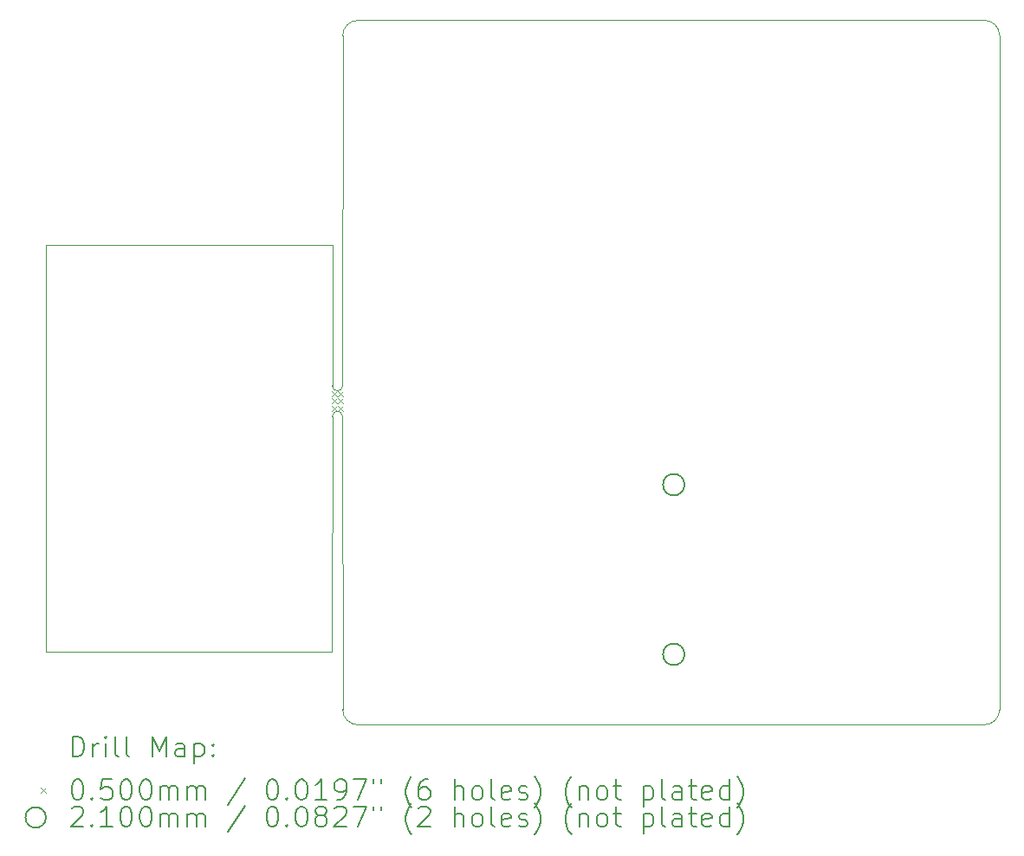
<source format=gbr>
%TF.GenerationSoftware,KiCad,Pcbnew,8.0.5*%
%TF.CreationDate,2025-07-03T02:13:12-07:00*%
%TF.ProjectId,Penguin_Paddle,50656e67-7569-46e5-9f50-6164646c652e, 4*%
%TF.SameCoordinates,Original*%
%TF.FileFunction,Drillmap*%
%TF.FilePolarity,Positive*%
%FSLAX45Y45*%
G04 Gerber Fmt 4.5, Leading zero omitted, Abs format (unit mm)*
G04 Created by KiCad (PCBNEW 8.0.5) date 2025-07-03 02:13:12*
%MOMM*%
%LPD*%
G01*
G04 APERTURE LIST*
%ADD10C,0.050000*%
%ADD11C,0.100000*%
%ADD12C,0.200000*%
%ADD13C,0.210000*%
G04 APERTURE END LIST*
D10*
X19213000Y-8236000D02*
X19212000Y-11661000D01*
X25484000Y-8086000D02*
G75*
G02*
X25634000Y-8236000I0J-150000D01*
G01*
X19363000Y-8086000D02*
X25484000Y-8086000D01*
X19213000Y-8236000D02*
G75*
G02*
X19363000Y-8086000I150000J0D01*
G01*
X19363000Y-14977000D02*
G75*
G02*
X19213000Y-14827000I0J150000D01*
G01*
X25484000Y-14977000D02*
X19363000Y-14977000D01*
X19212000Y-11961000D02*
X19213000Y-14827000D01*
X19110000Y-14261000D02*
X19112000Y-11961000D01*
X16316000Y-10285000D02*
X16315000Y-14261000D01*
X19112000Y-10285000D02*
X16316000Y-10285000D01*
X25634000Y-8236000D02*
X25634000Y-14827000D01*
X25634000Y-14827000D02*
G75*
G02*
X25484000Y-14977000I-150000J0D01*
G01*
X19112000Y-11661000D02*
X19112000Y-10285000D01*
X16315000Y-14261000D02*
X19110000Y-14261000D01*
D11*
X19112000Y-11961000D02*
G75*
G02*
X19212000Y-11961000I50000J0D01*
G01*
X19212000Y-11661000D02*
G75*
G02*
X19112000Y-11661000I-50000J0D01*
G01*
D12*
D11*
X19107000Y-11715000D02*
X19157000Y-11765000D01*
X19157000Y-11715000D02*
X19107000Y-11765000D01*
X19107000Y-11786000D02*
X19157000Y-11836000D01*
X19157000Y-11786000D02*
X19107000Y-11836000D01*
X19107000Y-11857000D02*
X19157000Y-11907000D01*
X19157000Y-11857000D02*
X19107000Y-11907000D01*
X19167000Y-11716000D02*
X19217000Y-11766000D01*
X19217000Y-11716000D02*
X19167000Y-11766000D01*
X19167000Y-11786000D02*
X19217000Y-11836000D01*
X19217000Y-11786000D02*
X19167000Y-11836000D01*
X19167000Y-11857000D02*
X19217000Y-11907000D01*
X19217000Y-11857000D02*
X19167000Y-11907000D01*
D13*
X22553000Y-12628000D02*
G75*
G02*
X22343000Y-12628000I-105000J0D01*
G01*
X22343000Y-12628000D02*
G75*
G02*
X22553000Y-12628000I105000J0D01*
G01*
X22553000Y-14288000D02*
G75*
G02*
X22343000Y-14288000I-105000J0D01*
G01*
X22343000Y-14288000D02*
G75*
G02*
X22553000Y-14288000I105000J0D01*
G01*
D12*
X16573277Y-15290984D02*
X16573277Y-15090984D01*
X16573277Y-15090984D02*
X16620896Y-15090984D01*
X16620896Y-15090984D02*
X16649467Y-15100508D01*
X16649467Y-15100508D02*
X16668515Y-15119555D01*
X16668515Y-15119555D02*
X16678039Y-15138603D01*
X16678039Y-15138603D02*
X16687562Y-15176698D01*
X16687562Y-15176698D02*
X16687562Y-15205269D01*
X16687562Y-15205269D02*
X16678039Y-15243365D01*
X16678039Y-15243365D02*
X16668515Y-15262412D01*
X16668515Y-15262412D02*
X16649467Y-15281460D01*
X16649467Y-15281460D02*
X16620896Y-15290984D01*
X16620896Y-15290984D02*
X16573277Y-15290984D01*
X16773277Y-15290984D02*
X16773277Y-15157650D01*
X16773277Y-15195746D02*
X16782801Y-15176698D01*
X16782801Y-15176698D02*
X16792324Y-15167174D01*
X16792324Y-15167174D02*
X16811372Y-15157650D01*
X16811372Y-15157650D02*
X16830420Y-15157650D01*
X16897086Y-15290984D02*
X16897086Y-15157650D01*
X16897086Y-15090984D02*
X16887563Y-15100508D01*
X16887563Y-15100508D02*
X16897086Y-15110031D01*
X16897086Y-15110031D02*
X16906610Y-15100508D01*
X16906610Y-15100508D02*
X16897086Y-15090984D01*
X16897086Y-15090984D02*
X16897086Y-15110031D01*
X17020896Y-15290984D02*
X17001848Y-15281460D01*
X17001848Y-15281460D02*
X16992324Y-15262412D01*
X16992324Y-15262412D02*
X16992324Y-15090984D01*
X17125658Y-15290984D02*
X17106610Y-15281460D01*
X17106610Y-15281460D02*
X17097086Y-15262412D01*
X17097086Y-15262412D02*
X17097086Y-15090984D01*
X17354229Y-15290984D02*
X17354229Y-15090984D01*
X17354229Y-15090984D02*
X17420896Y-15233841D01*
X17420896Y-15233841D02*
X17487563Y-15090984D01*
X17487563Y-15090984D02*
X17487563Y-15290984D01*
X17668515Y-15290984D02*
X17668515Y-15186222D01*
X17668515Y-15186222D02*
X17658991Y-15167174D01*
X17658991Y-15167174D02*
X17639944Y-15157650D01*
X17639944Y-15157650D02*
X17601848Y-15157650D01*
X17601848Y-15157650D02*
X17582801Y-15167174D01*
X17668515Y-15281460D02*
X17649467Y-15290984D01*
X17649467Y-15290984D02*
X17601848Y-15290984D01*
X17601848Y-15290984D02*
X17582801Y-15281460D01*
X17582801Y-15281460D02*
X17573277Y-15262412D01*
X17573277Y-15262412D02*
X17573277Y-15243365D01*
X17573277Y-15243365D02*
X17582801Y-15224317D01*
X17582801Y-15224317D02*
X17601848Y-15214793D01*
X17601848Y-15214793D02*
X17649467Y-15214793D01*
X17649467Y-15214793D02*
X17668515Y-15205269D01*
X17763753Y-15157650D02*
X17763753Y-15357650D01*
X17763753Y-15167174D02*
X17782801Y-15157650D01*
X17782801Y-15157650D02*
X17820896Y-15157650D01*
X17820896Y-15157650D02*
X17839944Y-15167174D01*
X17839944Y-15167174D02*
X17849467Y-15176698D01*
X17849467Y-15176698D02*
X17858991Y-15195746D01*
X17858991Y-15195746D02*
X17858991Y-15252888D01*
X17858991Y-15252888D02*
X17849467Y-15271936D01*
X17849467Y-15271936D02*
X17839944Y-15281460D01*
X17839944Y-15281460D02*
X17820896Y-15290984D01*
X17820896Y-15290984D02*
X17782801Y-15290984D01*
X17782801Y-15290984D02*
X17763753Y-15281460D01*
X17944705Y-15271936D02*
X17954229Y-15281460D01*
X17954229Y-15281460D02*
X17944705Y-15290984D01*
X17944705Y-15290984D02*
X17935182Y-15281460D01*
X17935182Y-15281460D02*
X17944705Y-15271936D01*
X17944705Y-15271936D02*
X17944705Y-15290984D01*
X17944705Y-15167174D02*
X17954229Y-15176698D01*
X17954229Y-15176698D02*
X17944705Y-15186222D01*
X17944705Y-15186222D02*
X17935182Y-15176698D01*
X17935182Y-15176698D02*
X17944705Y-15167174D01*
X17944705Y-15167174D02*
X17944705Y-15186222D01*
D11*
X16262500Y-15594500D02*
X16312500Y-15644500D01*
X16312500Y-15594500D02*
X16262500Y-15644500D01*
D12*
X16611372Y-15510984D02*
X16630420Y-15510984D01*
X16630420Y-15510984D02*
X16649467Y-15520508D01*
X16649467Y-15520508D02*
X16658991Y-15530031D01*
X16658991Y-15530031D02*
X16668515Y-15549079D01*
X16668515Y-15549079D02*
X16678039Y-15587174D01*
X16678039Y-15587174D02*
X16678039Y-15634793D01*
X16678039Y-15634793D02*
X16668515Y-15672888D01*
X16668515Y-15672888D02*
X16658991Y-15691936D01*
X16658991Y-15691936D02*
X16649467Y-15701460D01*
X16649467Y-15701460D02*
X16630420Y-15710984D01*
X16630420Y-15710984D02*
X16611372Y-15710984D01*
X16611372Y-15710984D02*
X16592324Y-15701460D01*
X16592324Y-15701460D02*
X16582801Y-15691936D01*
X16582801Y-15691936D02*
X16573277Y-15672888D01*
X16573277Y-15672888D02*
X16563753Y-15634793D01*
X16563753Y-15634793D02*
X16563753Y-15587174D01*
X16563753Y-15587174D02*
X16573277Y-15549079D01*
X16573277Y-15549079D02*
X16582801Y-15530031D01*
X16582801Y-15530031D02*
X16592324Y-15520508D01*
X16592324Y-15520508D02*
X16611372Y-15510984D01*
X16763753Y-15691936D02*
X16773277Y-15701460D01*
X16773277Y-15701460D02*
X16763753Y-15710984D01*
X16763753Y-15710984D02*
X16754229Y-15701460D01*
X16754229Y-15701460D02*
X16763753Y-15691936D01*
X16763753Y-15691936D02*
X16763753Y-15710984D01*
X16954229Y-15510984D02*
X16858991Y-15510984D01*
X16858991Y-15510984D02*
X16849467Y-15606222D01*
X16849467Y-15606222D02*
X16858991Y-15596698D01*
X16858991Y-15596698D02*
X16878039Y-15587174D01*
X16878039Y-15587174D02*
X16925658Y-15587174D01*
X16925658Y-15587174D02*
X16944705Y-15596698D01*
X16944705Y-15596698D02*
X16954229Y-15606222D01*
X16954229Y-15606222D02*
X16963753Y-15625269D01*
X16963753Y-15625269D02*
X16963753Y-15672888D01*
X16963753Y-15672888D02*
X16954229Y-15691936D01*
X16954229Y-15691936D02*
X16944705Y-15701460D01*
X16944705Y-15701460D02*
X16925658Y-15710984D01*
X16925658Y-15710984D02*
X16878039Y-15710984D01*
X16878039Y-15710984D02*
X16858991Y-15701460D01*
X16858991Y-15701460D02*
X16849467Y-15691936D01*
X17087563Y-15510984D02*
X17106610Y-15510984D01*
X17106610Y-15510984D02*
X17125658Y-15520508D01*
X17125658Y-15520508D02*
X17135182Y-15530031D01*
X17135182Y-15530031D02*
X17144705Y-15549079D01*
X17144705Y-15549079D02*
X17154229Y-15587174D01*
X17154229Y-15587174D02*
X17154229Y-15634793D01*
X17154229Y-15634793D02*
X17144705Y-15672888D01*
X17144705Y-15672888D02*
X17135182Y-15691936D01*
X17135182Y-15691936D02*
X17125658Y-15701460D01*
X17125658Y-15701460D02*
X17106610Y-15710984D01*
X17106610Y-15710984D02*
X17087563Y-15710984D01*
X17087563Y-15710984D02*
X17068515Y-15701460D01*
X17068515Y-15701460D02*
X17058991Y-15691936D01*
X17058991Y-15691936D02*
X17049467Y-15672888D01*
X17049467Y-15672888D02*
X17039944Y-15634793D01*
X17039944Y-15634793D02*
X17039944Y-15587174D01*
X17039944Y-15587174D02*
X17049467Y-15549079D01*
X17049467Y-15549079D02*
X17058991Y-15530031D01*
X17058991Y-15530031D02*
X17068515Y-15520508D01*
X17068515Y-15520508D02*
X17087563Y-15510984D01*
X17278039Y-15510984D02*
X17297086Y-15510984D01*
X17297086Y-15510984D02*
X17316134Y-15520508D01*
X17316134Y-15520508D02*
X17325658Y-15530031D01*
X17325658Y-15530031D02*
X17335182Y-15549079D01*
X17335182Y-15549079D02*
X17344705Y-15587174D01*
X17344705Y-15587174D02*
X17344705Y-15634793D01*
X17344705Y-15634793D02*
X17335182Y-15672888D01*
X17335182Y-15672888D02*
X17325658Y-15691936D01*
X17325658Y-15691936D02*
X17316134Y-15701460D01*
X17316134Y-15701460D02*
X17297086Y-15710984D01*
X17297086Y-15710984D02*
X17278039Y-15710984D01*
X17278039Y-15710984D02*
X17258991Y-15701460D01*
X17258991Y-15701460D02*
X17249467Y-15691936D01*
X17249467Y-15691936D02*
X17239944Y-15672888D01*
X17239944Y-15672888D02*
X17230420Y-15634793D01*
X17230420Y-15634793D02*
X17230420Y-15587174D01*
X17230420Y-15587174D02*
X17239944Y-15549079D01*
X17239944Y-15549079D02*
X17249467Y-15530031D01*
X17249467Y-15530031D02*
X17258991Y-15520508D01*
X17258991Y-15520508D02*
X17278039Y-15510984D01*
X17430420Y-15710984D02*
X17430420Y-15577650D01*
X17430420Y-15596698D02*
X17439944Y-15587174D01*
X17439944Y-15587174D02*
X17458991Y-15577650D01*
X17458991Y-15577650D02*
X17487563Y-15577650D01*
X17487563Y-15577650D02*
X17506610Y-15587174D01*
X17506610Y-15587174D02*
X17516134Y-15606222D01*
X17516134Y-15606222D02*
X17516134Y-15710984D01*
X17516134Y-15606222D02*
X17525658Y-15587174D01*
X17525658Y-15587174D02*
X17544705Y-15577650D01*
X17544705Y-15577650D02*
X17573277Y-15577650D01*
X17573277Y-15577650D02*
X17592325Y-15587174D01*
X17592325Y-15587174D02*
X17601848Y-15606222D01*
X17601848Y-15606222D02*
X17601848Y-15710984D01*
X17697086Y-15710984D02*
X17697086Y-15577650D01*
X17697086Y-15596698D02*
X17706610Y-15587174D01*
X17706610Y-15587174D02*
X17725658Y-15577650D01*
X17725658Y-15577650D02*
X17754229Y-15577650D01*
X17754229Y-15577650D02*
X17773277Y-15587174D01*
X17773277Y-15587174D02*
X17782801Y-15606222D01*
X17782801Y-15606222D02*
X17782801Y-15710984D01*
X17782801Y-15606222D02*
X17792325Y-15587174D01*
X17792325Y-15587174D02*
X17811372Y-15577650D01*
X17811372Y-15577650D02*
X17839944Y-15577650D01*
X17839944Y-15577650D02*
X17858991Y-15587174D01*
X17858991Y-15587174D02*
X17868515Y-15606222D01*
X17868515Y-15606222D02*
X17868515Y-15710984D01*
X18258991Y-15501460D02*
X18087563Y-15758603D01*
X18516134Y-15510984D02*
X18535182Y-15510984D01*
X18535182Y-15510984D02*
X18554229Y-15520508D01*
X18554229Y-15520508D02*
X18563753Y-15530031D01*
X18563753Y-15530031D02*
X18573277Y-15549079D01*
X18573277Y-15549079D02*
X18582801Y-15587174D01*
X18582801Y-15587174D02*
X18582801Y-15634793D01*
X18582801Y-15634793D02*
X18573277Y-15672888D01*
X18573277Y-15672888D02*
X18563753Y-15691936D01*
X18563753Y-15691936D02*
X18554229Y-15701460D01*
X18554229Y-15701460D02*
X18535182Y-15710984D01*
X18535182Y-15710984D02*
X18516134Y-15710984D01*
X18516134Y-15710984D02*
X18497087Y-15701460D01*
X18497087Y-15701460D02*
X18487563Y-15691936D01*
X18487563Y-15691936D02*
X18478039Y-15672888D01*
X18478039Y-15672888D02*
X18468515Y-15634793D01*
X18468515Y-15634793D02*
X18468515Y-15587174D01*
X18468515Y-15587174D02*
X18478039Y-15549079D01*
X18478039Y-15549079D02*
X18487563Y-15530031D01*
X18487563Y-15530031D02*
X18497087Y-15520508D01*
X18497087Y-15520508D02*
X18516134Y-15510984D01*
X18668515Y-15691936D02*
X18678039Y-15701460D01*
X18678039Y-15701460D02*
X18668515Y-15710984D01*
X18668515Y-15710984D02*
X18658991Y-15701460D01*
X18658991Y-15701460D02*
X18668515Y-15691936D01*
X18668515Y-15691936D02*
X18668515Y-15710984D01*
X18801848Y-15510984D02*
X18820896Y-15510984D01*
X18820896Y-15510984D02*
X18839944Y-15520508D01*
X18839944Y-15520508D02*
X18849468Y-15530031D01*
X18849468Y-15530031D02*
X18858991Y-15549079D01*
X18858991Y-15549079D02*
X18868515Y-15587174D01*
X18868515Y-15587174D02*
X18868515Y-15634793D01*
X18868515Y-15634793D02*
X18858991Y-15672888D01*
X18858991Y-15672888D02*
X18849468Y-15691936D01*
X18849468Y-15691936D02*
X18839944Y-15701460D01*
X18839944Y-15701460D02*
X18820896Y-15710984D01*
X18820896Y-15710984D02*
X18801848Y-15710984D01*
X18801848Y-15710984D02*
X18782801Y-15701460D01*
X18782801Y-15701460D02*
X18773277Y-15691936D01*
X18773277Y-15691936D02*
X18763753Y-15672888D01*
X18763753Y-15672888D02*
X18754229Y-15634793D01*
X18754229Y-15634793D02*
X18754229Y-15587174D01*
X18754229Y-15587174D02*
X18763753Y-15549079D01*
X18763753Y-15549079D02*
X18773277Y-15530031D01*
X18773277Y-15530031D02*
X18782801Y-15520508D01*
X18782801Y-15520508D02*
X18801848Y-15510984D01*
X19058991Y-15710984D02*
X18944706Y-15710984D01*
X19001848Y-15710984D02*
X19001848Y-15510984D01*
X19001848Y-15510984D02*
X18982801Y-15539555D01*
X18982801Y-15539555D02*
X18963753Y-15558603D01*
X18963753Y-15558603D02*
X18944706Y-15568127D01*
X19154229Y-15710984D02*
X19192325Y-15710984D01*
X19192325Y-15710984D02*
X19211372Y-15701460D01*
X19211372Y-15701460D02*
X19220896Y-15691936D01*
X19220896Y-15691936D02*
X19239944Y-15663365D01*
X19239944Y-15663365D02*
X19249468Y-15625269D01*
X19249468Y-15625269D02*
X19249468Y-15549079D01*
X19249468Y-15549079D02*
X19239944Y-15530031D01*
X19239944Y-15530031D02*
X19230420Y-15520508D01*
X19230420Y-15520508D02*
X19211372Y-15510984D01*
X19211372Y-15510984D02*
X19173277Y-15510984D01*
X19173277Y-15510984D02*
X19154229Y-15520508D01*
X19154229Y-15520508D02*
X19144706Y-15530031D01*
X19144706Y-15530031D02*
X19135182Y-15549079D01*
X19135182Y-15549079D02*
X19135182Y-15596698D01*
X19135182Y-15596698D02*
X19144706Y-15615746D01*
X19144706Y-15615746D02*
X19154229Y-15625269D01*
X19154229Y-15625269D02*
X19173277Y-15634793D01*
X19173277Y-15634793D02*
X19211372Y-15634793D01*
X19211372Y-15634793D02*
X19230420Y-15625269D01*
X19230420Y-15625269D02*
X19239944Y-15615746D01*
X19239944Y-15615746D02*
X19249468Y-15596698D01*
X19316134Y-15510984D02*
X19449468Y-15510984D01*
X19449468Y-15510984D02*
X19363753Y-15710984D01*
X19516134Y-15510984D02*
X19516134Y-15549079D01*
X19592325Y-15510984D02*
X19592325Y-15549079D01*
X19887563Y-15787174D02*
X19878039Y-15777650D01*
X19878039Y-15777650D02*
X19858991Y-15749079D01*
X19858991Y-15749079D02*
X19849468Y-15730031D01*
X19849468Y-15730031D02*
X19839944Y-15701460D01*
X19839944Y-15701460D02*
X19830420Y-15653841D01*
X19830420Y-15653841D02*
X19830420Y-15615746D01*
X19830420Y-15615746D02*
X19839944Y-15568127D01*
X19839944Y-15568127D02*
X19849468Y-15539555D01*
X19849468Y-15539555D02*
X19858991Y-15520508D01*
X19858991Y-15520508D02*
X19878039Y-15491936D01*
X19878039Y-15491936D02*
X19887563Y-15482412D01*
X20049468Y-15510984D02*
X20011372Y-15510984D01*
X20011372Y-15510984D02*
X19992325Y-15520508D01*
X19992325Y-15520508D02*
X19982801Y-15530031D01*
X19982801Y-15530031D02*
X19963753Y-15558603D01*
X19963753Y-15558603D02*
X19954230Y-15596698D01*
X19954230Y-15596698D02*
X19954230Y-15672888D01*
X19954230Y-15672888D02*
X19963753Y-15691936D01*
X19963753Y-15691936D02*
X19973277Y-15701460D01*
X19973277Y-15701460D02*
X19992325Y-15710984D01*
X19992325Y-15710984D02*
X20030420Y-15710984D01*
X20030420Y-15710984D02*
X20049468Y-15701460D01*
X20049468Y-15701460D02*
X20058991Y-15691936D01*
X20058991Y-15691936D02*
X20068515Y-15672888D01*
X20068515Y-15672888D02*
X20068515Y-15625269D01*
X20068515Y-15625269D02*
X20058991Y-15606222D01*
X20058991Y-15606222D02*
X20049468Y-15596698D01*
X20049468Y-15596698D02*
X20030420Y-15587174D01*
X20030420Y-15587174D02*
X19992325Y-15587174D01*
X19992325Y-15587174D02*
X19973277Y-15596698D01*
X19973277Y-15596698D02*
X19963753Y-15606222D01*
X19963753Y-15606222D02*
X19954230Y-15625269D01*
X20306611Y-15710984D02*
X20306611Y-15510984D01*
X20392325Y-15710984D02*
X20392325Y-15606222D01*
X20392325Y-15606222D02*
X20382801Y-15587174D01*
X20382801Y-15587174D02*
X20363753Y-15577650D01*
X20363753Y-15577650D02*
X20335182Y-15577650D01*
X20335182Y-15577650D02*
X20316134Y-15587174D01*
X20316134Y-15587174D02*
X20306611Y-15596698D01*
X20516134Y-15710984D02*
X20497087Y-15701460D01*
X20497087Y-15701460D02*
X20487563Y-15691936D01*
X20487563Y-15691936D02*
X20478039Y-15672888D01*
X20478039Y-15672888D02*
X20478039Y-15615746D01*
X20478039Y-15615746D02*
X20487563Y-15596698D01*
X20487563Y-15596698D02*
X20497087Y-15587174D01*
X20497087Y-15587174D02*
X20516134Y-15577650D01*
X20516134Y-15577650D02*
X20544706Y-15577650D01*
X20544706Y-15577650D02*
X20563753Y-15587174D01*
X20563753Y-15587174D02*
X20573277Y-15596698D01*
X20573277Y-15596698D02*
X20582801Y-15615746D01*
X20582801Y-15615746D02*
X20582801Y-15672888D01*
X20582801Y-15672888D02*
X20573277Y-15691936D01*
X20573277Y-15691936D02*
X20563753Y-15701460D01*
X20563753Y-15701460D02*
X20544706Y-15710984D01*
X20544706Y-15710984D02*
X20516134Y-15710984D01*
X20697087Y-15710984D02*
X20678039Y-15701460D01*
X20678039Y-15701460D02*
X20668515Y-15682412D01*
X20668515Y-15682412D02*
X20668515Y-15510984D01*
X20849468Y-15701460D02*
X20830420Y-15710984D01*
X20830420Y-15710984D02*
X20792325Y-15710984D01*
X20792325Y-15710984D02*
X20773277Y-15701460D01*
X20773277Y-15701460D02*
X20763753Y-15682412D01*
X20763753Y-15682412D02*
X20763753Y-15606222D01*
X20763753Y-15606222D02*
X20773277Y-15587174D01*
X20773277Y-15587174D02*
X20792325Y-15577650D01*
X20792325Y-15577650D02*
X20830420Y-15577650D01*
X20830420Y-15577650D02*
X20849468Y-15587174D01*
X20849468Y-15587174D02*
X20858992Y-15606222D01*
X20858992Y-15606222D02*
X20858992Y-15625269D01*
X20858992Y-15625269D02*
X20763753Y-15644317D01*
X20935182Y-15701460D02*
X20954230Y-15710984D01*
X20954230Y-15710984D02*
X20992325Y-15710984D01*
X20992325Y-15710984D02*
X21011373Y-15701460D01*
X21011373Y-15701460D02*
X21020896Y-15682412D01*
X21020896Y-15682412D02*
X21020896Y-15672888D01*
X21020896Y-15672888D02*
X21011373Y-15653841D01*
X21011373Y-15653841D02*
X20992325Y-15644317D01*
X20992325Y-15644317D02*
X20963753Y-15644317D01*
X20963753Y-15644317D02*
X20944706Y-15634793D01*
X20944706Y-15634793D02*
X20935182Y-15615746D01*
X20935182Y-15615746D02*
X20935182Y-15606222D01*
X20935182Y-15606222D02*
X20944706Y-15587174D01*
X20944706Y-15587174D02*
X20963753Y-15577650D01*
X20963753Y-15577650D02*
X20992325Y-15577650D01*
X20992325Y-15577650D02*
X21011373Y-15587174D01*
X21087563Y-15787174D02*
X21097087Y-15777650D01*
X21097087Y-15777650D02*
X21116134Y-15749079D01*
X21116134Y-15749079D02*
X21125658Y-15730031D01*
X21125658Y-15730031D02*
X21135182Y-15701460D01*
X21135182Y-15701460D02*
X21144706Y-15653841D01*
X21144706Y-15653841D02*
X21144706Y-15615746D01*
X21144706Y-15615746D02*
X21135182Y-15568127D01*
X21135182Y-15568127D02*
X21125658Y-15539555D01*
X21125658Y-15539555D02*
X21116134Y-15520508D01*
X21116134Y-15520508D02*
X21097087Y-15491936D01*
X21097087Y-15491936D02*
X21087563Y-15482412D01*
X21449468Y-15787174D02*
X21439944Y-15777650D01*
X21439944Y-15777650D02*
X21420896Y-15749079D01*
X21420896Y-15749079D02*
X21411373Y-15730031D01*
X21411373Y-15730031D02*
X21401849Y-15701460D01*
X21401849Y-15701460D02*
X21392325Y-15653841D01*
X21392325Y-15653841D02*
X21392325Y-15615746D01*
X21392325Y-15615746D02*
X21401849Y-15568127D01*
X21401849Y-15568127D02*
X21411373Y-15539555D01*
X21411373Y-15539555D02*
X21420896Y-15520508D01*
X21420896Y-15520508D02*
X21439944Y-15491936D01*
X21439944Y-15491936D02*
X21449468Y-15482412D01*
X21525658Y-15577650D02*
X21525658Y-15710984D01*
X21525658Y-15596698D02*
X21535182Y-15587174D01*
X21535182Y-15587174D02*
X21554230Y-15577650D01*
X21554230Y-15577650D02*
X21582801Y-15577650D01*
X21582801Y-15577650D02*
X21601849Y-15587174D01*
X21601849Y-15587174D02*
X21611373Y-15606222D01*
X21611373Y-15606222D02*
X21611373Y-15710984D01*
X21735182Y-15710984D02*
X21716134Y-15701460D01*
X21716134Y-15701460D02*
X21706611Y-15691936D01*
X21706611Y-15691936D02*
X21697087Y-15672888D01*
X21697087Y-15672888D02*
X21697087Y-15615746D01*
X21697087Y-15615746D02*
X21706611Y-15596698D01*
X21706611Y-15596698D02*
X21716134Y-15587174D01*
X21716134Y-15587174D02*
X21735182Y-15577650D01*
X21735182Y-15577650D02*
X21763754Y-15577650D01*
X21763754Y-15577650D02*
X21782801Y-15587174D01*
X21782801Y-15587174D02*
X21792325Y-15596698D01*
X21792325Y-15596698D02*
X21801849Y-15615746D01*
X21801849Y-15615746D02*
X21801849Y-15672888D01*
X21801849Y-15672888D02*
X21792325Y-15691936D01*
X21792325Y-15691936D02*
X21782801Y-15701460D01*
X21782801Y-15701460D02*
X21763754Y-15710984D01*
X21763754Y-15710984D02*
X21735182Y-15710984D01*
X21858992Y-15577650D02*
X21935182Y-15577650D01*
X21887563Y-15510984D02*
X21887563Y-15682412D01*
X21887563Y-15682412D02*
X21897087Y-15701460D01*
X21897087Y-15701460D02*
X21916134Y-15710984D01*
X21916134Y-15710984D02*
X21935182Y-15710984D01*
X22154230Y-15577650D02*
X22154230Y-15777650D01*
X22154230Y-15587174D02*
X22173277Y-15577650D01*
X22173277Y-15577650D02*
X22211373Y-15577650D01*
X22211373Y-15577650D02*
X22230420Y-15587174D01*
X22230420Y-15587174D02*
X22239944Y-15596698D01*
X22239944Y-15596698D02*
X22249468Y-15615746D01*
X22249468Y-15615746D02*
X22249468Y-15672888D01*
X22249468Y-15672888D02*
X22239944Y-15691936D01*
X22239944Y-15691936D02*
X22230420Y-15701460D01*
X22230420Y-15701460D02*
X22211373Y-15710984D01*
X22211373Y-15710984D02*
X22173277Y-15710984D01*
X22173277Y-15710984D02*
X22154230Y-15701460D01*
X22363754Y-15710984D02*
X22344706Y-15701460D01*
X22344706Y-15701460D02*
X22335182Y-15682412D01*
X22335182Y-15682412D02*
X22335182Y-15510984D01*
X22525658Y-15710984D02*
X22525658Y-15606222D01*
X22525658Y-15606222D02*
X22516134Y-15587174D01*
X22516134Y-15587174D02*
X22497087Y-15577650D01*
X22497087Y-15577650D02*
X22458992Y-15577650D01*
X22458992Y-15577650D02*
X22439944Y-15587174D01*
X22525658Y-15701460D02*
X22506611Y-15710984D01*
X22506611Y-15710984D02*
X22458992Y-15710984D01*
X22458992Y-15710984D02*
X22439944Y-15701460D01*
X22439944Y-15701460D02*
X22430420Y-15682412D01*
X22430420Y-15682412D02*
X22430420Y-15663365D01*
X22430420Y-15663365D02*
X22439944Y-15644317D01*
X22439944Y-15644317D02*
X22458992Y-15634793D01*
X22458992Y-15634793D02*
X22506611Y-15634793D01*
X22506611Y-15634793D02*
X22525658Y-15625269D01*
X22592325Y-15577650D02*
X22668515Y-15577650D01*
X22620896Y-15510984D02*
X22620896Y-15682412D01*
X22620896Y-15682412D02*
X22630420Y-15701460D01*
X22630420Y-15701460D02*
X22649468Y-15710984D01*
X22649468Y-15710984D02*
X22668515Y-15710984D01*
X22811373Y-15701460D02*
X22792325Y-15710984D01*
X22792325Y-15710984D02*
X22754230Y-15710984D01*
X22754230Y-15710984D02*
X22735182Y-15701460D01*
X22735182Y-15701460D02*
X22725658Y-15682412D01*
X22725658Y-15682412D02*
X22725658Y-15606222D01*
X22725658Y-15606222D02*
X22735182Y-15587174D01*
X22735182Y-15587174D02*
X22754230Y-15577650D01*
X22754230Y-15577650D02*
X22792325Y-15577650D01*
X22792325Y-15577650D02*
X22811373Y-15587174D01*
X22811373Y-15587174D02*
X22820896Y-15606222D01*
X22820896Y-15606222D02*
X22820896Y-15625269D01*
X22820896Y-15625269D02*
X22725658Y-15644317D01*
X22992325Y-15710984D02*
X22992325Y-15510984D01*
X22992325Y-15701460D02*
X22973277Y-15710984D01*
X22973277Y-15710984D02*
X22935182Y-15710984D01*
X22935182Y-15710984D02*
X22916134Y-15701460D01*
X22916134Y-15701460D02*
X22906611Y-15691936D01*
X22906611Y-15691936D02*
X22897087Y-15672888D01*
X22897087Y-15672888D02*
X22897087Y-15615746D01*
X22897087Y-15615746D02*
X22906611Y-15596698D01*
X22906611Y-15596698D02*
X22916134Y-15587174D01*
X22916134Y-15587174D02*
X22935182Y-15577650D01*
X22935182Y-15577650D02*
X22973277Y-15577650D01*
X22973277Y-15577650D02*
X22992325Y-15587174D01*
X23068515Y-15787174D02*
X23078039Y-15777650D01*
X23078039Y-15777650D02*
X23097087Y-15749079D01*
X23097087Y-15749079D02*
X23106611Y-15730031D01*
X23106611Y-15730031D02*
X23116134Y-15701460D01*
X23116134Y-15701460D02*
X23125658Y-15653841D01*
X23125658Y-15653841D02*
X23125658Y-15615746D01*
X23125658Y-15615746D02*
X23116134Y-15568127D01*
X23116134Y-15568127D02*
X23106611Y-15539555D01*
X23106611Y-15539555D02*
X23097087Y-15520508D01*
X23097087Y-15520508D02*
X23078039Y-15491936D01*
X23078039Y-15491936D02*
X23068515Y-15482412D01*
X16312500Y-15883500D02*
G75*
G02*
X16112500Y-15883500I-100000J0D01*
G01*
X16112500Y-15883500D02*
G75*
G02*
X16312500Y-15883500I100000J0D01*
G01*
X16563753Y-15794031D02*
X16573277Y-15784508D01*
X16573277Y-15784508D02*
X16592324Y-15774984D01*
X16592324Y-15774984D02*
X16639943Y-15774984D01*
X16639943Y-15774984D02*
X16658991Y-15784508D01*
X16658991Y-15784508D02*
X16668515Y-15794031D01*
X16668515Y-15794031D02*
X16678039Y-15813079D01*
X16678039Y-15813079D02*
X16678039Y-15832127D01*
X16678039Y-15832127D02*
X16668515Y-15860698D01*
X16668515Y-15860698D02*
X16554229Y-15974984D01*
X16554229Y-15974984D02*
X16678039Y-15974984D01*
X16763753Y-15955936D02*
X16773277Y-15965460D01*
X16773277Y-15965460D02*
X16763753Y-15974984D01*
X16763753Y-15974984D02*
X16754229Y-15965460D01*
X16754229Y-15965460D02*
X16763753Y-15955936D01*
X16763753Y-15955936D02*
X16763753Y-15974984D01*
X16963753Y-15974984D02*
X16849467Y-15974984D01*
X16906610Y-15974984D02*
X16906610Y-15774984D01*
X16906610Y-15774984D02*
X16887563Y-15803555D01*
X16887563Y-15803555D02*
X16868515Y-15822603D01*
X16868515Y-15822603D02*
X16849467Y-15832127D01*
X17087563Y-15774984D02*
X17106610Y-15774984D01*
X17106610Y-15774984D02*
X17125658Y-15784508D01*
X17125658Y-15784508D02*
X17135182Y-15794031D01*
X17135182Y-15794031D02*
X17144705Y-15813079D01*
X17144705Y-15813079D02*
X17154229Y-15851174D01*
X17154229Y-15851174D02*
X17154229Y-15898793D01*
X17154229Y-15898793D02*
X17144705Y-15936888D01*
X17144705Y-15936888D02*
X17135182Y-15955936D01*
X17135182Y-15955936D02*
X17125658Y-15965460D01*
X17125658Y-15965460D02*
X17106610Y-15974984D01*
X17106610Y-15974984D02*
X17087563Y-15974984D01*
X17087563Y-15974984D02*
X17068515Y-15965460D01*
X17068515Y-15965460D02*
X17058991Y-15955936D01*
X17058991Y-15955936D02*
X17049467Y-15936888D01*
X17049467Y-15936888D02*
X17039944Y-15898793D01*
X17039944Y-15898793D02*
X17039944Y-15851174D01*
X17039944Y-15851174D02*
X17049467Y-15813079D01*
X17049467Y-15813079D02*
X17058991Y-15794031D01*
X17058991Y-15794031D02*
X17068515Y-15784508D01*
X17068515Y-15784508D02*
X17087563Y-15774984D01*
X17278039Y-15774984D02*
X17297086Y-15774984D01*
X17297086Y-15774984D02*
X17316134Y-15784508D01*
X17316134Y-15784508D02*
X17325658Y-15794031D01*
X17325658Y-15794031D02*
X17335182Y-15813079D01*
X17335182Y-15813079D02*
X17344705Y-15851174D01*
X17344705Y-15851174D02*
X17344705Y-15898793D01*
X17344705Y-15898793D02*
X17335182Y-15936888D01*
X17335182Y-15936888D02*
X17325658Y-15955936D01*
X17325658Y-15955936D02*
X17316134Y-15965460D01*
X17316134Y-15965460D02*
X17297086Y-15974984D01*
X17297086Y-15974984D02*
X17278039Y-15974984D01*
X17278039Y-15974984D02*
X17258991Y-15965460D01*
X17258991Y-15965460D02*
X17249467Y-15955936D01*
X17249467Y-15955936D02*
X17239944Y-15936888D01*
X17239944Y-15936888D02*
X17230420Y-15898793D01*
X17230420Y-15898793D02*
X17230420Y-15851174D01*
X17230420Y-15851174D02*
X17239944Y-15813079D01*
X17239944Y-15813079D02*
X17249467Y-15794031D01*
X17249467Y-15794031D02*
X17258991Y-15784508D01*
X17258991Y-15784508D02*
X17278039Y-15774984D01*
X17430420Y-15974984D02*
X17430420Y-15841650D01*
X17430420Y-15860698D02*
X17439944Y-15851174D01*
X17439944Y-15851174D02*
X17458991Y-15841650D01*
X17458991Y-15841650D02*
X17487563Y-15841650D01*
X17487563Y-15841650D02*
X17506610Y-15851174D01*
X17506610Y-15851174D02*
X17516134Y-15870222D01*
X17516134Y-15870222D02*
X17516134Y-15974984D01*
X17516134Y-15870222D02*
X17525658Y-15851174D01*
X17525658Y-15851174D02*
X17544705Y-15841650D01*
X17544705Y-15841650D02*
X17573277Y-15841650D01*
X17573277Y-15841650D02*
X17592325Y-15851174D01*
X17592325Y-15851174D02*
X17601848Y-15870222D01*
X17601848Y-15870222D02*
X17601848Y-15974984D01*
X17697086Y-15974984D02*
X17697086Y-15841650D01*
X17697086Y-15860698D02*
X17706610Y-15851174D01*
X17706610Y-15851174D02*
X17725658Y-15841650D01*
X17725658Y-15841650D02*
X17754229Y-15841650D01*
X17754229Y-15841650D02*
X17773277Y-15851174D01*
X17773277Y-15851174D02*
X17782801Y-15870222D01*
X17782801Y-15870222D02*
X17782801Y-15974984D01*
X17782801Y-15870222D02*
X17792325Y-15851174D01*
X17792325Y-15851174D02*
X17811372Y-15841650D01*
X17811372Y-15841650D02*
X17839944Y-15841650D01*
X17839944Y-15841650D02*
X17858991Y-15851174D01*
X17858991Y-15851174D02*
X17868515Y-15870222D01*
X17868515Y-15870222D02*
X17868515Y-15974984D01*
X18258991Y-15765460D02*
X18087563Y-16022603D01*
X18516134Y-15774984D02*
X18535182Y-15774984D01*
X18535182Y-15774984D02*
X18554229Y-15784508D01*
X18554229Y-15784508D02*
X18563753Y-15794031D01*
X18563753Y-15794031D02*
X18573277Y-15813079D01*
X18573277Y-15813079D02*
X18582801Y-15851174D01*
X18582801Y-15851174D02*
X18582801Y-15898793D01*
X18582801Y-15898793D02*
X18573277Y-15936888D01*
X18573277Y-15936888D02*
X18563753Y-15955936D01*
X18563753Y-15955936D02*
X18554229Y-15965460D01*
X18554229Y-15965460D02*
X18535182Y-15974984D01*
X18535182Y-15974984D02*
X18516134Y-15974984D01*
X18516134Y-15974984D02*
X18497087Y-15965460D01*
X18497087Y-15965460D02*
X18487563Y-15955936D01*
X18487563Y-15955936D02*
X18478039Y-15936888D01*
X18478039Y-15936888D02*
X18468515Y-15898793D01*
X18468515Y-15898793D02*
X18468515Y-15851174D01*
X18468515Y-15851174D02*
X18478039Y-15813079D01*
X18478039Y-15813079D02*
X18487563Y-15794031D01*
X18487563Y-15794031D02*
X18497087Y-15784508D01*
X18497087Y-15784508D02*
X18516134Y-15774984D01*
X18668515Y-15955936D02*
X18678039Y-15965460D01*
X18678039Y-15965460D02*
X18668515Y-15974984D01*
X18668515Y-15974984D02*
X18658991Y-15965460D01*
X18658991Y-15965460D02*
X18668515Y-15955936D01*
X18668515Y-15955936D02*
X18668515Y-15974984D01*
X18801848Y-15774984D02*
X18820896Y-15774984D01*
X18820896Y-15774984D02*
X18839944Y-15784508D01*
X18839944Y-15784508D02*
X18849468Y-15794031D01*
X18849468Y-15794031D02*
X18858991Y-15813079D01*
X18858991Y-15813079D02*
X18868515Y-15851174D01*
X18868515Y-15851174D02*
X18868515Y-15898793D01*
X18868515Y-15898793D02*
X18858991Y-15936888D01*
X18858991Y-15936888D02*
X18849468Y-15955936D01*
X18849468Y-15955936D02*
X18839944Y-15965460D01*
X18839944Y-15965460D02*
X18820896Y-15974984D01*
X18820896Y-15974984D02*
X18801848Y-15974984D01*
X18801848Y-15974984D02*
X18782801Y-15965460D01*
X18782801Y-15965460D02*
X18773277Y-15955936D01*
X18773277Y-15955936D02*
X18763753Y-15936888D01*
X18763753Y-15936888D02*
X18754229Y-15898793D01*
X18754229Y-15898793D02*
X18754229Y-15851174D01*
X18754229Y-15851174D02*
X18763753Y-15813079D01*
X18763753Y-15813079D02*
X18773277Y-15794031D01*
X18773277Y-15794031D02*
X18782801Y-15784508D01*
X18782801Y-15784508D02*
X18801848Y-15774984D01*
X18982801Y-15860698D02*
X18963753Y-15851174D01*
X18963753Y-15851174D02*
X18954229Y-15841650D01*
X18954229Y-15841650D02*
X18944706Y-15822603D01*
X18944706Y-15822603D02*
X18944706Y-15813079D01*
X18944706Y-15813079D02*
X18954229Y-15794031D01*
X18954229Y-15794031D02*
X18963753Y-15784508D01*
X18963753Y-15784508D02*
X18982801Y-15774984D01*
X18982801Y-15774984D02*
X19020896Y-15774984D01*
X19020896Y-15774984D02*
X19039944Y-15784508D01*
X19039944Y-15784508D02*
X19049468Y-15794031D01*
X19049468Y-15794031D02*
X19058991Y-15813079D01*
X19058991Y-15813079D02*
X19058991Y-15822603D01*
X19058991Y-15822603D02*
X19049468Y-15841650D01*
X19049468Y-15841650D02*
X19039944Y-15851174D01*
X19039944Y-15851174D02*
X19020896Y-15860698D01*
X19020896Y-15860698D02*
X18982801Y-15860698D01*
X18982801Y-15860698D02*
X18963753Y-15870222D01*
X18963753Y-15870222D02*
X18954229Y-15879746D01*
X18954229Y-15879746D02*
X18944706Y-15898793D01*
X18944706Y-15898793D02*
X18944706Y-15936888D01*
X18944706Y-15936888D02*
X18954229Y-15955936D01*
X18954229Y-15955936D02*
X18963753Y-15965460D01*
X18963753Y-15965460D02*
X18982801Y-15974984D01*
X18982801Y-15974984D02*
X19020896Y-15974984D01*
X19020896Y-15974984D02*
X19039944Y-15965460D01*
X19039944Y-15965460D02*
X19049468Y-15955936D01*
X19049468Y-15955936D02*
X19058991Y-15936888D01*
X19058991Y-15936888D02*
X19058991Y-15898793D01*
X19058991Y-15898793D02*
X19049468Y-15879746D01*
X19049468Y-15879746D02*
X19039944Y-15870222D01*
X19039944Y-15870222D02*
X19020896Y-15860698D01*
X19135182Y-15794031D02*
X19144706Y-15784508D01*
X19144706Y-15784508D02*
X19163753Y-15774984D01*
X19163753Y-15774984D02*
X19211372Y-15774984D01*
X19211372Y-15774984D02*
X19230420Y-15784508D01*
X19230420Y-15784508D02*
X19239944Y-15794031D01*
X19239944Y-15794031D02*
X19249468Y-15813079D01*
X19249468Y-15813079D02*
X19249468Y-15832127D01*
X19249468Y-15832127D02*
X19239944Y-15860698D01*
X19239944Y-15860698D02*
X19125658Y-15974984D01*
X19125658Y-15974984D02*
X19249468Y-15974984D01*
X19316134Y-15774984D02*
X19449468Y-15774984D01*
X19449468Y-15774984D02*
X19363753Y-15974984D01*
X19516134Y-15774984D02*
X19516134Y-15813079D01*
X19592325Y-15774984D02*
X19592325Y-15813079D01*
X19887563Y-16051174D02*
X19878039Y-16041650D01*
X19878039Y-16041650D02*
X19858991Y-16013079D01*
X19858991Y-16013079D02*
X19849468Y-15994031D01*
X19849468Y-15994031D02*
X19839944Y-15965460D01*
X19839944Y-15965460D02*
X19830420Y-15917841D01*
X19830420Y-15917841D02*
X19830420Y-15879746D01*
X19830420Y-15879746D02*
X19839944Y-15832127D01*
X19839944Y-15832127D02*
X19849468Y-15803555D01*
X19849468Y-15803555D02*
X19858991Y-15784508D01*
X19858991Y-15784508D02*
X19878039Y-15755936D01*
X19878039Y-15755936D02*
X19887563Y-15746412D01*
X19954230Y-15794031D02*
X19963753Y-15784508D01*
X19963753Y-15784508D02*
X19982801Y-15774984D01*
X19982801Y-15774984D02*
X20030420Y-15774984D01*
X20030420Y-15774984D02*
X20049468Y-15784508D01*
X20049468Y-15784508D02*
X20058991Y-15794031D01*
X20058991Y-15794031D02*
X20068515Y-15813079D01*
X20068515Y-15813079D02*
X20068515Y-15832127D01*
X20068515Y-15832127D02*
X20058991Y-15860698D01*
X20058991Y-15860698D02*
X19944706Y-15974984D01*
X19944706Y-15974984D02*
X20068515Y-15974984D01*
X20306611Y-15974984D02*
X20306611Y-15774984D01*
X20392325Y-15974984D02*
X20392325Y-15870222D01*
X20392325Y-15870222D02*
X20382801Y-15851174D01*
X20382801Y-15851174D02*
X20363753Y-15841650D01*
X20363753Y-15841650D02*
X20335182Y-15841650D01*
X20335182Y-15841650D02*
X20316134Y-15851174D01*
X20316134Y-15851174D02*
X20306611Y-15860698D01*
X20516134Y-15974984D02*
X20497087Y-15965460D01*
X20497087Y-15965460D02*
X20487563Y-15955936D01*
X20487563Y-15955936D02*
X20478039Y-15936888D01*
X20478039Y-15936888D02*
X20478039Y-15879746D01*
X20478039Y-15879746D02*
X20487563Y-15860698D01*
X20487563Y-15860698D02*
X20497087Y-15851174D01*
X20497087Y-15851174D02*
X20516134Y-15841650D01*
X20516134Y-15841650D02*
X20544706Y-15841650D01*
X20544706Y-15841650D02*
X20563753Y-15851174D01*
X20563753Y-15851174D02*
X20573277Y-15860698D01*
X20573277Y-15860698D02*
X20582801Y-15879746D01*
X20582801Y-15879746D02*
X20582801Y-15936888D01*
X20582801Y-15936888D02*
X20573277Y-15955936D01*
X20573277Y-15955936D02*
X20563753Y-15965460D01*
X20563753Y-15965460D02*
X20544706Y-15974984D01*
X20544706Y-15974984D02*
X20516134Y-15974984D01*
X20697087Y-15974984D02*
X20678039Y-15965460D01*
X20678039Y-15965460D02*
X20668515Y-15946412D01*
X20668515Y-15946412D02*
X20668515Y-15774984D01*
X20849468Y-15965460D02*
X20830420Y-15974984D01*
X20830420Y-15974984D02*
X20792325Y-15974984D01*
X20792325Y-15974984D02*
X20773277Y-15965460D01*
X20773277Y-15965460D02*
X20763753Y-15946412D01*
X20763753Y-15946412D02*
X20763753Y-15870222D01*
X20763753Y-15870222D02*
X20773277Y-15851174D01*
X20773277Y-15851174D02*
X20792325Y-15841650D01*
X20792325Y-15841650D02*
X20830420Y-15841650D01*
X20830420Y-15841650D02*
X20849468Y-15851174D01*
X20849468Y-15851174D02*
X20858992Y-15870222D01*
X20858992Y-15870222D02*
X20858992Y-15889269D01*
X20858992Y-15889269D02*
X20763753Y-15908317D01*
X20935182Y-15965460D02*
X20954230Y-15974984D01*
X20954230Y-15974984D02*
X20992325Y-15974984D01*
X20992325Y-15974984D02*
X21011373Y-15965460D01*
X21011373Y-15965460D02*
X21020896Y-15946412D01*
X21020896Y-15946412D02*
X21020896Y-15936888D01*
X21020896Y-15936888D02*
X21011373Y-15917841D01*
X21011373Y-15917841D02*
X20992325Y-15908317D01*
X20992325Y-15908317D02*
X20963753Y-15908317D01*
X20963753Y-15908317D02*
X20944706Y-15898793D01*
X20944706Y-15898793D02*
X20935182Y-15879746D01*
X20935182Y-15879746D02*
X20935182Y-15870222D01*
X20935182Y-15870222D02*
X20944706Y-15851174D01*
X20944706Y-15851174D02*
X20963753Y-15841650D01*
X20963753Y-15841650D02*
X20992325Y-15841650D01*
X20992325Y-15841650D02*
X21011373Y-15851174D01*
X21087563Y-16051174D02*
X21097087Y-16041650D01*
X21097087Y-16041650D02*
X21116134Y-16013079D01*
X21116134Y-16013079D02*
X21125658Y-15994031D01*
X21125658Y-15994031D02*
X21135182Y-15965460D01*
X21135182Y-15965460D02*
X21144706Y-15917841D01*
X21144706Y-15917841D02*
X21144706Y-15879746D01*
X21144706Y-15879746D02*
X21135182Y-15832127D01*
X21135182Y-15832127D02*
X21125658Y-15803555D01*
X21125658Y-15803555D02*
X21116134Y-15784508D01*
X21116134Y-15784508D02*
X21097087Y-15755936D01*
X21097087Y-15755936D02*
X21087563Y-15746412D01*
X21449468Y-16051174D02*
X21439944Y-16041650D01*
X21439944Y-16041650D02*
X21420896Y-16013079D01*
X21420896Y-16013079D02*
X21411373Y-15994031D01*
X21411373Y-15994031D02*
X21401849Y-15965460D01*
X21401849Y-15965460D02*
X21392325Y-15917841D01*
X21392325Y-15917841D02*
X21392325Y-15879746D01*
X21392325Y-15879746D02*
X21401849Y-15832127D01*
X21401849Y-15832127D02*
X21411373Y-15803555D01*
X21411373Y-15803555D02*
X21420896Y-15784508D01*
X21420896Y-15784508D02*
X21439944Y-15755936D01*
X21439944Y-15755936D02*
X21449468Y-15746412D01*
X21525658Y-15841650D02*
X21525658Y-15974984D01*
X21525658Y-15860698D02*
X21535182Y-15851174D01*
X21535182Y-15851174D02*
X21554230Y-15841650D01*
X21554230Y-15841650D02*
X21582801Y-15841650D01*
X21582801Y-15841650D02*
X21601849Y-15851174D01*
X21601849Y-15851174D02*
X21611373Y-15870222D01*
X21611373Y-15870222D02*
X21611373Y-15974984D01*
X21735182Y-15974984D02*
X21716134Y-15965460D01*
X21716134Y-15965460D02*
X21706611Y-15955936D01*
X21706611Y-15955936D02*
X21697087Y-15936888D01*
X21697087Y-15936888D02*
X21697087Y-15879746D01*
X21697087Y-15879746D02*
X21706611Y-15860698D01*
X21706611Y-15860698D02*
X21716134Y-15851174D01*
X21716134Y-15851174D02*
X21735182Y-15841650D01*
X21735182Y-15841650D02*
X21763754Y-15841650D01*
X21763754Y-15841650D02*
X21782801Y-15851174D01*
X21782801Y-15851174D02*
X21792325Y-15860698D01*
X21792325Y-15860698D02*
X21801849Y-15879746D01*
X21801849Y-15879746D02*
X21801849Y-15936888D01*
X21801849Y-15936888D02*
X21792325Y-15955936D01*
X21792325Y-15955936D02*
X21782801Y-15965460D01*
X21782801Y-15965460D02*
X21763754Y-15974984D01*
X21763754Y-15974984D02*
X21735182Y-15974984D01*
X21858992Y-15841650D02*
X21935182Y-15841650D01*
X21887563Y-15774984D02*
X21887563Y-15946412D01*
X21887563Y-15946412D02*
X21897087Y-15965460D01*
X21897087Y-15965460D02*
X21916134Y-15974984D01*
X21916134Y-15974984D02*
X21935182Y-15974984D01*
X22154230Y-15841650D02*
X22154230Y-16041650D01*
X22154230Y-15851174D02*
X22173277Y-15841650D01*
X22173277Y-15841650D02*
X22211373Y-15841650D01*
X22211373Y-15841650D02*
X22230420Y-15851174D01*
X22230420Y-15851174D02*
X22239944Y-15860698D01*
X22239944Y-15860698D02*
X22249468Y-15879746D01*
X22249468Y-15879746D02*
X22249468Y-15936888D01*
X22249468Y-15936888D02*
X22239944Y-15955936D01*
X22239944Y-15955936D02*
X22230420Y-15965460D01*
X22230420Y-15965460D02*
X22211373Y-15974984D01*
X22211373Y-15974984D02*
X22173277Y-15974984D01*
X22173277Y-15974984D02*
X22154230Y-15965460D01*
X22363754Y-15974984D02*
X22344706Y-15965460D01*
X22344706Y-15965460D02*
X22335182Y-15946412D01*
X22335182Y-15946412D02*
X22335182Y-15774984D01*
X22525658Y-15974984D02*
X22525658Y-15870222D01*
X22525658Y-15870222D02*
X22516134Y-15851174D01*
X22516134Y-15851174D02*
X22497087Y-15841650D01*
X22497087Y-15841650D02*
X22458992Y-15841650D01*
X22458992Y-15841650D02*
X22439944Y-15851174D01*
X22525658Y-15965460D02*
X22506611Y-15974984D01*
X22506611Y-15974984D02*
X22458992Y-15974984D01*
X22458992Y-15974984D02*
X22439944Y-15965460D01*
X22439944Y-15965460D02*
X22430420Y-15946412D01*
X22430420Y-15946412D02*
X22430420Y-15927365D01*
X22430420Y-15927365D02*
X22439944Y-15908317D01*
X22439944Y-15908317D02*
X22458992Y-15898793D01*
X22458992Y-15898793D02*
X22506611Y-15898793D01*
X22506611Y-15898793D02*
X22525658Y-15889269D01*
X22592325Y-15841650D02*
X22668515Y-15841650D01*
X22620896Y-15774984D02*
X22620896Y-15946412D01*
X22620896Y-15946412D02*
X22630420Y-15965460D01*
X22630420Y-15965460D02*
X22649468Y-15974984D01*
X22649468Y-15974984D02*
X22668515Y-15974984D01*
X22811373Y-15965460D02*
X22792325Y-15974984D01*
X22792325Y-15974984D02*
X22754230Y-15974984D01*
X22754230Y-15974984D02*
X22735182Y-15965460D01*
X22735182Y-15965460D02*
X22725658Y-15946412D01*
X22725658Y-15946412D02*
X22725658Y-15870222D01*
X22725658Y-15870222D02*
X22735182Y-15851174D01*
X22735182Y-15851174D02*
X22754230Y-15841650D01*
X22754230Y-15841650D02*
X22792325Y-15841650D01*
X22792325Y-15841650D02*
X22811373Y-15851174D01*
X22811373Y-15851174D02*
X22820896Y-15870222D01*
X22820896Y-15870222D02*
X22820896Y-15889269D01*
X22820896Y-15889269D02*
X22725658Y-15908317D01*
X22992325Y-15974984D02*
X22992325Y-15774984D01*
X22992325Y-15965460D02*
X22973277Y-15974984D01*
X22973277Y-15974984D02*
X22935182Y-15974984D01*
X22935182Y-15974984D02*
X22916134Y-15965460D01*
X22916134Y-15965460D02*
X22906611Y-15955936D01*
X22906611Y-15955936D02*
X22897087Y-15936888D01*
X22897087Y-15936888D02*
X22897087Y-15879746D01*
X22897087Y-15879746D02*
X22906611Y-15860698D01*
X22906611Y-15860698D02*
X22916134Y-15851174D01*
X22916134Y-15851174D02*
X22935182Y-15841650D01*
X22935182Y-15841650D02*
X22973277Y-15841650D01*
X22973277Y-15841650D02*
X22992325Y-15851174D01*
X23068515Y-16051174D02*
X23078039Y-16041650D01*
X23078039Y-16041650D02*
X23097087Y-16013079D01*
X23097087Y-16013079D02*
X23106611Y-15994031D01*
X23106611Y-15994031D02*
X23116134Y-15965460D01*
X23116134Y-15965460D02*
X23125658Y-15917841D01*
X23125658Y-15917841D02*
X23125658Y-15879746D01*
X23125658Y-15879746D02*
X23116134Y-15832127D01*
X23116134Y-15832127D02*
X23106611Y-15803555D01*
X23106611Y-15803555D02*
X23097087Y-15784508D01*
X23097087Y-15784508D02*
X23078039Y-15755936D01*
X23078039Y-15755936D02*
X23068515Y-15746412D01*
M02*

</source>
